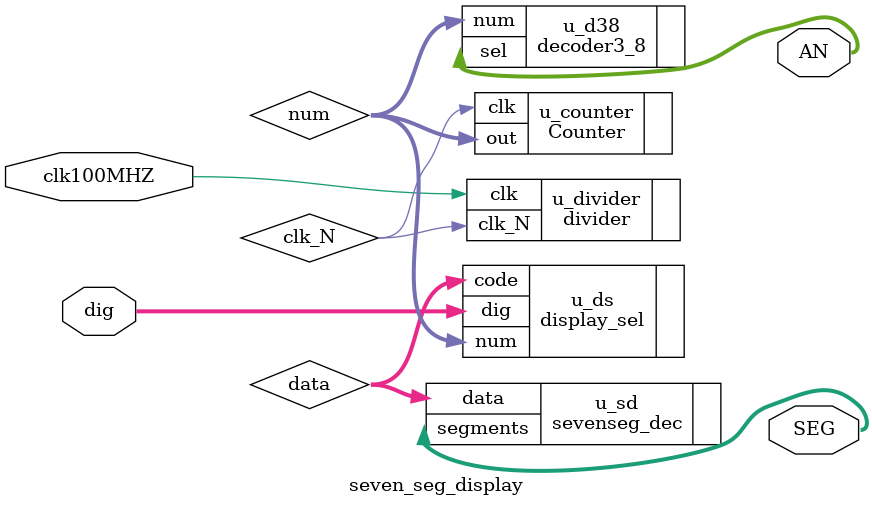
<source format=v>
`timescale 1ns / 1ps


module seven_seg_display(
    input             clk100MHZ,
    input [31:0]      dig,
    output  [7:0]     SEG,
    output  [7:0]     AN
);
    wire        clk_N;
    wire [2:0]  num;
    wire [3:0]  data;
    
    divider #(5000) u_divider(.clk(clk100MHZ), .clk_N(clk_N));

    Counter u_counter(.clk(clk_N), .out(num));

    decoder3_8 u_d38(.num(num), .sel(AN));

    display_sel u_ds(.num(num), .dig(dig), .code(data));

    sevenseg_dec u_sd(.data(data), .segments(SEG));


endmodule

</source>
